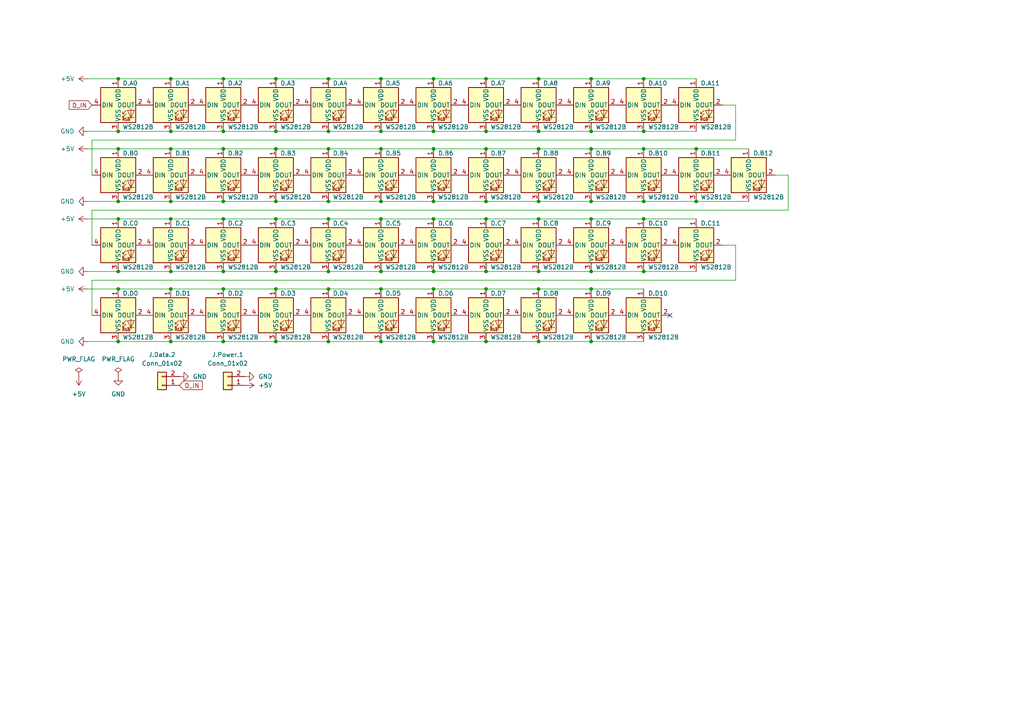
<source format=kicad_sch>
(kicad_sch (version 20211123) (generator eeschema)
  (paper "A4")
  (lib_symbols
    (symbol "Connector_Generic:Conn_01x02" (pin_names (offset 1.016) hide)
      (property "Reference" "J" (at 0 2.54 0))
      (property "Value" "Conn_01x02" (at 0 -5.08 0))
      (symbol "Conn_01x02_1_1"
        (rectangle (start -1.27 -2.413) (end 0 -2.667) (stroke (width 0.1524)))
        (rectangle (start -1.27 0.127) (end 0 -0.127) (stroke (width 0.1524)))
        (rectangle (start -1.27 1.27) (end 1.27 -3.81) (stroke (width 0.254)) (fill (type background)))
        (pin passive line (at -5.08 0 0) (length 3.81) (name "Pin_1") (number "1"))
        (pin passive line (at -5.08 -2.54 0) (length 3.81) (name "Pin_2") (number "2"))
      )
    )
    (symbol "LED:WS2812B" (pin_names (offset 0.254))
      (property "Reference" "D" (at 5.08 5.715 0))
      (property "Value" "WS2812B" (at 1.27 -5.715 0))
      (symbol "WS2812B_0_0"
        (text "RGB" (at 2.286 -4.191 0) (effects (font (size 0.762 0.762))))
      )
      (symbol "WS2812B_0_1"
        (polyline (pts (xy 1.27 -3.556) (xy 1.778 -3.556)))
        (polyline (pts (xy 1.27 -2.54) (xy 1.778 -2.54)))
        (polyline (pts (xy 4.699 -3.556) (xy 2.667 -3.556)))
        (polyline (pts (xy 2.286 -2.54) (xy 1.27 -3.556) (xy 1.27 -3.048)))
        (polyline (pts (xy 2.286 -1.524) (xy 1.27 -2.54) (xy 1.27 -2.032)))
        (polyline (pts (xy 3.683 -1.016) (xy 3.683 -3.556) (xy 3.683 -4.064)))
        (polyline (pts (xy 4.699 -1.524) (xy 2.667 -1.524) (xy 3.683 -3.556) (xy 4.699 -1.524)))
        (rectangle (start 5.08 5.08) (end -5.08 -5.08) (stroke (width 0.254)) (fill (type background)))
      )
      (symbol "WS2812B_1_1"
        (pin power_in line (at 0 7.62 270) (length 2.54) (name "VDD") (number "1"))
        (pin output line (at 7.62 0 180) (length 2.54) (name "DOUT") (number "2"))
        (pin power_in line (at 0 -7.62 90) (length 2.54) (name "VSS") (number "3"))
        (pin input line (at -7.62 0 0) (length 2.54) (name "DIN") (number "4"))
      )
    )
    (symbol "power:+5V" (power) (pin_names (offset 0))
      (property "Value" "+5V" (at 0 3.556 0))
      (symbol "+5V_0_1"
        (polyline (pts (xy -0.762 1.27) (xy 0 2.54)))
        (polyline (pts (xy 0 0) (xy 0 2.54)))
        (polyline (pts (xy 0 2.54) (xy 0.762 1.27)))
      )
      (symbol "+5V_1_1"
        (pin power_in line (at 0 0 90) (length 0) hide (name "+5V") (number "1"))
      )
    )
    (symbol "power:GND" (power) (pin_names (offset 0))
      (property "Value" "GND" (at 0 -3.81 0))
      (symbol "GND_0_1"
        (polyline (pts (xy 0 0) (xy 0 -1.27) (xy 1.27 -1.27) (xy 0 -2.54) (xy -1.27 -1.27) (xy 0 -1.27)))
      )
      (symbol "GND_1_1"
        (pin power_in line (at 0 0 270) (length 0) hide (name "GND") (number "1"))
      )
    )
    (symbol "power:PWR_FLAG" (power) (pin_numbers hide) (pin_names (offset 0) hide)
      (property "Value" "PWR_FLAG" (at 0 3.81 0))
      (symbol "PWR_FLAG_0_0"
        (pin power_out line (at 0 0 90) (length 0) (name "pwr") (number "1"))
      )
      (symbol "PWR_FLAG_0_1"
        (polyline (pts (xy 0 0) (xy 0 1.27) (xy -1.016 1.905) (xy 0 2.54) (xy 1.016 1.905) (xy 0 1.27)))
      )
    )
  )
  (junction (at 64.77 63.5))
  (junction (at 34.29 99.06))
  (junction (at 80.01 99.06))
  (junction (at 110.49 58.42))
  (junction (at 186.69 63.5))
  (junction (at 110.49 99.06))
  (junction (at 201.93 58.42))
  (junction (at 110.49 38.1))
  (junction (at 156.21 58.42))
  (junction (at 49.53 43.18))
  (junction (at 95.25 43.18))
  (junction (at 110.49 78.74))
  (junction (at 95.25 83.82))
  (junction (at 171.45 63.5))
  (junction (at 125.73 83.82))
  (junction (at 171.45 78.74))
  (junction (at 156.21 38.1))
  (junction (at 49.53 78.74))
  (junction (at 80.01 58.42))
  (junction (at 110.49 22.86))
  (junction (at 186.69 22.86))
  (junction (at 140.97 78.74))
  (junction (at 49.53 63.5))
  (junction (at 95.25 63.5))
  (junction (at 110.49 63.5))
  (junction (at 140.97 63.5))
  (junction (at 49.53 58.42))
  (junction (at 156.21 78.74))
  (junction (at 186.69 58.42))
  (junction (at 49.53 99.06))
  (junction (at 64.77 38.1))
  (junction (at 125.73 58.42))
  (junction (at 201.93 43.18))
  (junction (at 171.45 99.06))
  (junction (at 80.01 83.82))
  (junction (at 156.21 63.5))
  (junction (at 64.77 78.74))
  (junction (at 140.97 83.82))
  (junction (at 34.29 63.5))
  (junction (at 34.29 22.86))
  (junction (at 186.69 38.1))
  (junction (at 34.29 78.74))
  (junction (at 64.77 83.82))
  (junction (at 49.53 22.86))
  (junction (at 125.73 43.18))
  (junction (at 156.21 83.82))
  (junction (at 64.77 99.06))
  (junction (at 49.53 83.82))
  (junction (at 80.01 78.74))
  (junction (at 171.45 83.82))
  (junction (at 34.29 38.1))
  (junction (at 125.73 78.74))
  (junction (at 186.69 78.74))
  (junction (at 64.77 22.86))
  (junction (at 95.25 38.1))
  (junction (at 64.77 43.18))
  (junction (at 140.97 43.18))
  (junction (at 64.77 58.42))
  (junction (at 110.49 83.82))
  (junction (at 171.45 58.42))
  (junction (at 140.97 58.42))
  (junction (at 95.25 22.86))
  (junction (at 125.73 63.5))
  (junction (at 171.45 38.1))
  (junction (at 95.25 99.06))
  (junction (at 171.45 43.18))
  (junction (at 140.97 38.1))
  (junction (at 95.25 58.42))
  (junction (at 171.45 22.86))
  (junction (at 140.97 99.06))
  (junction (at 49.53 38.1))
  (junction (at 140.97 22.86))
  (junction (at 125.73 38.1))
  (junction (at 95.25 78.74))
  (junction (at 80.01 43.18))
  (junction (at 34.29 43.18))
  (junction (at 156.21 43.18))
  (junction (at 80.01 38.1))
  (junction (at 156.21 22.86))
  (junction (at 80.01 22.86))
  (junction (at 125.73 22.86))
  (junction (at 34.29 83.82))
  (junction (at 186.69 43.18))
  (junction (at 80.01 63.5))
  (junction (at 34.29 58.42))
  (junction (at 125.73 99.06))
  (junction (at 156.21 99.06))
  (junction (at 110.49 43.18))
  (no_connect (at 194.31 91.44))
  (wire (pts (xy 125.73 63.5) (xy 140.97 63.5)))
  (wire (pts (xy 186.69 63.5) (xy 201.93 63.5)))
  (wire (pts (xy 110.49 99.06) (xy 125.73 99.06)))
  (wire (pts (xy 80.01 83.82) (xy 95.25 83.82)))
  (wire (pts (xy 140.97 83.82) (xy 156.21 83.82)))
  (wire (pts (xy 156.21 83.82) (xy 171.45 83.82)))
  (wire (pts (xy 26.67 81.28) (xy 26.67 91.44)))
  (wire (pts (xy 95.25 38.1) (xy 110.49 38.1)))
  (wire (pts (xy 171.45 83.82) (xy 186.69 83.82)))
  (wire (pts (xy 213.36 71.12) (xy 209.55 71.12)))
  (wire (pts (xy 186.69 22.86) (xy 201.93 22.86)))
  (wire (pts (xy 26.67 60.96) (xy 26.67 71.12)))
  (wire (pts (xy 110.49 83.82) (xy 125.73 83.82)))
  (wire (pts (xy 80.01 38.1) (xy 95.25 38.1)))
  (wire (pts (xy 125.73 78.74) (xy 140.97 78.74)))
  (wire (pts (xy 213.36 81.28) (xy 213.36 71.12)))
  (wire (pts (xy 34.29 63.5) (xy 49.53 63.5)))
  (wire (pts (xy 64.77 43.18) (xy 80.01 43.18)))
  (wire (pts (xy 95.25 78.74) (xy 110.49 78.74)))
  (wire (pts (xy 171.45 99.06) (xy 186.69 99.06)))
  (wire (pts (xy 80.01 63.5) (xy 95.25 63.5)))
  (wire (pts (xy 213.36 30.48) (xy 209.55 30.48)))
  (wire (pts (xy 64.77 78.74) (xy 80.01 78.74)))
  (wire (pts (xy 156.21 99.06) (xy 171.45 99.06)))
  (wire (pts (xy 49.53 38.1) (xy 64.77 38.1)))
  (wire (pts (xy 140.97 58.42) (xy 156.21 58.42)))
  (wire (pts (xy 110.49 63.5) (xy 125.73 63.5)))
  (wire (pts (xy 201.93 58.42) (xy 217.17 58.42)))
  (wire (pts (xy 25.4 43.18) (xy 34.29 43.18)))
  (wire (pts (xy 140.97 38.1) (xy 156.21 38.1)))
  (wire (pts (xy 228.6 60.96) (xy 228.6 50.8)))
  (wire (pts (xy 26.67 40.64) (xy 26.67 50.8)))
  (wire (pts (xy 49.53 58.42) (xy 64.77 58.42)))
  (wire (pts (xy 34.29 78.74) (xy 49.53 78.74)))
  (wire (pts (xy 34.29 43.18) (xy 49.53 43.18)))
  (wire (pts (xy 64.77 22.86) (xy 80.01 22.86)))
  (wire (pts (xy 95.25 63.5) (xy 110.49 63.5)))
  (wire (pts (xy 110.49 43.18) (xy 125.73 43.18)))
  (wire (pts (xy 171.45 22.86) (xy 186.69 22.86)))
  (wire (pts (xy 64.77 58.42) (xy 80.01 58.42)))
  (wire (pts (xy 64.77 99.06) (xy 80.01 99.06)))
  (wire (pts (xy 25.4 63.5) (xy 34.29 63.5)))
  (wire (pts (xy 80.01 78.74) (xy 95.25 78.74)))
  (wire (pts (xy 34.29 58.42) (xy 49.53 58.42)))
  (wire (pts (xy 34.29 38.1) (xy 49.53 38.1)))
  (wire (pts (xy 156.21 63.5) (xy 171.45 63.5)))
  (wire (pts (xy 80.01 99.06) (xy 95.25 99.06)))
  (wire (pts (xy 228.6 50.8) (xy 224.79 50.8)))
  (wire (pts (xy 171.45 43.18) (xy 186.69 43.18)))
  (wire (pts (xy 156.21 22.86) (xy 171.45 22.86)))
  (wire (pts (xy 140.97 78.74) (xy 156.21 78.74)))
  (wire (pts (xy 156.21 78.74) (xy 171.45 78.74)))
  (wire (pts (xy 156.21 43.18) (xy 171.45 43.18)))
  (wire (pts (xy 125.73 99.06) (xy 140.97 99.06)))
  (wire (pts (xy 140.97 22.86) (xy 156.21 22.86)))
  (wire (pts (xy 213.36 40.64) (xy 213.36 30.48)))
  (wire (pts (xy 49.53 78.74) (xy 64.77 78.74)))
  (wire (pts (xy 95.25 99.06) (xy 110.49 99.06)))
  (wire (pts (xy 156.21 38.1) (xy 171.45 38.1)))
  (wire (pts (xy 110.49 58.42) (xy 125.73 58.42)))
  (wire (pts (xy 64.77 38.1) (xy 80.01 38.1)))
  (wire (pts (xy 171.45 78.74) (xy 186.69 78.74)))
  (wire (pts (xy 25.4 78.74) (xy 34.29 78.74)))
  (wire (pts (xy 110.49 38.1) (xy 125.73 38.1)))
  (wire (pts (xy 140.97 99.06) (xy 156.21 99.06)))
  (wire (pts (xy 49.53 43.18) (xy 64.77 43.18)))
  (wire (pts (xy 34.29 99.06) (xy 49.53 99.06)))
  (wire (pts (xy 110.49 78.74) (xy 125.73 78.74)))
  (wire (pts (xy 80.01 22.86) (xy 95.25 22.86)))
  (wire (pts (xy 125.73 43.18) (xy 140.97 43.18)))
  (wire (pts (xy 125.73 58.42) (xy 140.97 58.42)))
  (wire (pts (xy 95.25 43.18) (xy 110.49 43.18)))
  (wire (pts (xy 25.4 83.82) (xy 34.29 83.82)))
  (wire (pts (xy 186.69 38.1) (xy 201.93 38.1)))
  (wire (pts (xy 186.69 43.18) (xy 201.93 43.18)))
  (wire (pts (xy 140.97 43.18) (xy 156.21 43.18)))
  (wire (pts (xy 26.67 81.28) (xy 213.36 81.28)))
  (wire (pts (xy 171.45 38.1) (xy 186.69 38.1)))
  (wire (pts (xy 49.53 99.06) (xy 64.77 99.06)))
  (wire (pts (xy 25.4 99.06) (xy 34.29 99.06)))
  (wire (pts (xy 34.29 22.86) (xy 49.53 22.86)))
  (wire (pts (xy 26.67 40.64) (xy 213.36 40.64)))
  (wire (pts (xy 64.77 83.82) (xy 80.01 83.82)))
  (wire (pts (xy 26.67 60.96) (xy 228.6 60.96)))
  (wire (pts (xy 156.21 58.42) (xy 171.45 58.42)))
  (wire (pts (xy 25.4 58.42) (xy 34.29 58.42)))
  (wire (pts (xy 186.69 58.42) (xy 201.93 58.42)))
  (wire (pts (xy 186.69 78.74) (xy 201.93 78.74)))
  (wire (pts (xy 80.01 43.18) (xy 95.25 43.18)))
  (wire (pts (xy 140.97 63.5) (xy 156.21 63.5)))
  (wire (pts (xy 201.93 43.18) (xy 217.17 43.18)))
  (wire (pts (xy 49.53 83.82) (xy 64.77 83.82)))
  (wire (pts (xy 34.29 83.82) (xy 49.53 83.82)))
  (wire (pts (xy 49.53 22.86) (xy 64.77 22.86)))
  (wire (pts (xy 125.73 22.86) (xy 140.97 22.86)))
  (wire (pts (xy 171.45 63.5) (xy 186.69 63.5)))
  (wire (pts (xy 125.73 83.82) (xy 140.97 83.82)))
  (wire (pts (xy 25.4 38.1) (xy 34.29 38.1)))
  (wire (pts (xy 95.25 22.86) (xy 110.49 22.86)))
  (wire (pts (xy 110.49 22.86) (xy 125.73 22.86)))
  (wire (pts (xy 95.25 58.42) (xy 110.49 58.42)))
  (wire (pts (xy 95.25 83.82) (xy 110.49 83.82)))
  (wire (pts (xy 25.4 22.86) (xy 34.29 22.86)))
  (wire (pts (xy 80.01 58.42) (xy 95.25 58.42)))
  (wire (pts (xy 64.77 63.5) (xy 80.01 63.5)))
  (wire (pts (xy 125.73 38.1) (xy 140.97 38.1)))
  (wire (pts (xy 171.45 58.42) (xy 186.69 58.42)))
  (wire (pts (xy 49.53 63.5) (xy 64.77 63.5)))
  (global_label "D_IN" (shape input) (at 26.67 30.48 180) (property "Intersheet References" "${INTERSHEET_REFS}" (effects hide)))
  (global_label "D_IN" (shape input) (at 52.07 111.76 0) (property "Intersheet References" "${INTERSHEET_REFS}" (effects hide)))
  (symbol (lib_id "LED:WS2812B") (at 201.93 50.8 0) (unit 1)
    (property "Reference" "D.B11" (at 203.2 44.45 0) (effects (justify left)))
    (property "Value" "WS2812B" (at 203.2 57.15 0) (effects (justify left)))
    (property "Footprint" "LED_SMD:LED_WS2812B-Mini_PLCC4_3.5x3.5mm_P1.8mm" (effects hide))
    (property "Datasheet" "http://www.world-semi.com/DownLoadFile/112" (effects hide))
    (property "LCSC Part #" "C527089" (effects hide))
  )
  (symbol (lib_id "power:+5V") (at 25.4 22.86 90) (unit 1)
    (property "Reference" "#PWR0104" (effects hide))
    (property "Value" "+5V" (at 21.59 22.8599 90) (effects (justify left)))
  )
  (symbol (lib_id "LED:WS2812B") (at 110.49 30.48 0) (unit 1)
    (property "Reference" "D.A5" (at 111.76 24.13 0) (effects (justify left)))
    (property "Value" "WS2812B" (at 111.76 36.83 0) (effects (justify left)))
    (property "Footprint" "LED_SMD:LED_WS2812B-Mini_PLCC4_3.5x3.5mm_P1.8mm" (effects hide))
    (property "Datasheet" "http://www.world-semi.com/DownLoadFile/112" (effects hide))
    (property "LCSC Part #" "C527089" (effects hide))
  )
  (symbol (lib_id "LED:WS2812B") (at 110.49 71.12 0) (unit 1)
    (property "Reference" "D.C5" (at 111.76 64.77 0) (effects (justify left)))
    (property "Value" "WS2812B" (at 111.76 77.47 0) (effects (justify left)))
    (property "Footprint" "LED_SMD:LED_WS2812B-Mini_PLCC4_3.5x3.5mm_P1.8mm" (effects hide))
    (property "Datasheet" "http://www.world-semi.com/DownLoadFile/112" (effects hide))
    (property "LCSC Part #" "C527089" (effects hide))
  )
  (symbol (lib_id "LED:WS2812B") (at 64.77 30.48 0) (unit 1)
    (property "Reference" "D.A2" (at 66.04 24.13 0) (effects (justify left)))
    (property "Value" "WS2812B" (at 66.04 36.83 0) (effects (justify left)))
    (property "Footprint" "LED_SMD:LED_WS2812B-Mini_PLCC4_3.5x3.5mm_P1.8mm" (effects hide))
    (property "Datasheet" "http://www.world-semi.com/DownLoadFile/112" (effects hide))
    (property "LCSC Part #" "C527089" (effects hide))
  )
  (symbol (lib_id "power:+5V") (at 25.4 43.18 90) (unit 1)
    (property "Reference" "#PWR0101" (effects hide))
    (property "Value" "+5V" (at 21.59 43.1799 90) (effects (justify left)))
  )
  (symbol (lib_id "LED:WS2812B") (at 64.77 71.12 0) (unit 1)
    (property "Reference" "D.C2" (at 66.04 64.77 0) (effects (justify left)))
    (property "Value" "WS2812B" (at 66.04 77.47 0) (effects (justify left)))
    (property "Footprint" "LED_SMD:LED_WS2812B-Mini_PLCC4_3.5x3.5mm_P1.8mm" (effects hide))
    (property "Datasheet" "http://www.world-semi.com/DownLoadFile/112" (effects hide))
    (property "LCSC Part #" "C527089" (effects hide))
  )
  (symbol (lib_id "LED:WS2812B") (at 34.29 30.48 0) (unit 1)
    (property "Reference" "D.A0" (at 35.56 24.13 0) (effects (justify left)))
    (property "Value" "WS2812B" (at 35.56 36.83 0) (effects (justify left)))
    (property "Footprint" "LED_SMD:LED_WS2812B-Mini_PLCC4_3.5x3.5mm_P1.8mm" (effects hide))
    (property "Datasheet" "http://www.world-semi.com/DownLoadFile/112" (effects hide))
    (property "LCSC Part #" "C527089" (effects hide))
  )
  (symbol (lib_id "LED:WS2812B") (at 186.69 50.8 0) (unit 1)
    (property "Reference" "D.B10" (at 187.96 44.45 0) (effects (justify left)))
    (property "Value" "WS2812B" (at 187.96 57.15 0) (effects (justify left)))
    (property "Footprint" "LED_SMD:LED_WS2812B-Mini_PLCC4_3.5x3.5mm_P1.8mm" (effects hide))
    (property "Datasheet" "http://www.world-semi.com/DownLoadFile/112" (effects hide))
    (property "LCSC Part #" "C527089" (effects hide))
  )
  (symbol (lib_id "LED:WS2812B") (at 64.77 91.44 0) (unit 1)
    (property "Reference" "D.D2" (at 66.04 85.09 0) (effects (justify left)))
    (property "Value" "WS2812B" (at 66.04 97.79 0) (effects (justify left)))
    (property "Footprint" "LED_SMD:LED_WS2812B-Mini_PLCC4_3.5x3.5mm_P1.8mm" (effects hide))
    (property "Datasheet" "http://www.world-semi.com/DownLoadFile/112" (effects hide))
    (property "LCSC Part #" "C527089" (effects hide))
  )
  (symbol (lib_id "LED:WS2812B") (at 125.73 91.44 0) (unit 1)
    (property "Reference" "D.D6" (at 127 85.09 0) (effects (justify left)))
    (property "Value" "WS2812B" (at 127 97.79 0) (effects (justify left)))
    (property "Footprint" "LED_SMD:LED_WS2812B-Mini_PLCC4_3.5x3.5mm_P1.8mm" (effects hide))
    (property "Datasheet" "http://www.world-semi.com/DownLoadFile/112" (effects hide))
    (property "LCSC Part #" "C527089" (effects hide))
  )
  (symbol (lib_id "LED:WS2812B") (at 80.01 30.48 0) (unit 1)
    (property "Reference" "D.A3" (at 81.28 24.13 0) (effects (justify left)))
    (property "Value" "WS2812B" (at 81.28 36.83 0) (effects (justify left)))
    (property "Footprint" "LED_SMD:LED_WS2812B-Mini_PLCC4_3.5x3.5mm_P1.8mm" (effects hide))
    (property "Datasheet" "http://www.world-semi.com/DownLoadFile/112" (effects hide))
    (property "LCSC Part #" "C527089" (effects hide))
  )
  (symbol (lib_id "LED:WS2812B") (at 125.73 71.12 0) (unit 1)
    (property "Reference" "D.C6" (at 127 64.77 0) (effects (justify left)))
    (property "Value" "WS2812B" (at 127 77.47 0) (effects (justify left)))
    (property "Footprint" "LED_SMD:LED_WS2812B-Mini_PLCC4_3.5x3.5mm_P1.8mm" (effects hide))
    (property "Datasheet" "http://www.world-semi.com/DownLoadFile/112" (effects hide))
    (property "LCSC Part #" "C527089" (effects hide))
  )
  (symbol (lib_id "power:+5V") (at 71.12 111.76 270) (unit 1)
    (property "Reference" "#PWR01" (effects hide))
    (property "Value" "+5V" (at 74.93 111.7599 90) (effects (justify left)))
  )
  (symbol (lib_id "LED:WS2812B") (at 201.93 30.48 0) (unit 1)
    (property "Reference" "D.A11" (at 203.2 24.13 0) (effects (justify left)))
    (property "Value" "WS2812B" (at 203.2 36.83 0) (effects (justify left)))
    (property "Footprint" "LED_SMD:LED_WS2812B-Mini_PLCC4_3.5x3.5mm_P1.8mm" (effects hide))
    (property "Datasheet" "http://www.world-semi.com/DownLoadFile/112" (effects hide))
    (property "LCSC Part #" "C527089" (effects hide))
  )
  (symbol (lib_id "LED:WS2812B") (at 156.21 50.8 0) (unit 1)
    (property "Reference" "D.B8" (at 157.48 44.45 0) (effects (justify left)))
    (property "Value" "WS2812B" (at 157.48 57.15 0) (effects (justify left)))
    (property "Footprint" "LED_SMD:LED_WS2812B-Mini_PLCC4_3.5x3.5mm_P1.8mm" (effects hide))
    (property "Datasheet" "http://www.world-semi.com/DownLoadFile/112" (effects hide))
    (property "LCSC Part #" "C527089" (effects hide))
  )
  (symbol (lib_id "power:+5V") (at 25.4 63.5 90) (unit 1)
    (property "Reference" "#PWR0102" (effects hide))
    (property "Value" "+5V" (at 21.59 63.4999 90) (effects (justify left)))
  )
  (symbol (lib_id "power:GND") (at 25.4 99.06 270) (unit 1)
    (property "Reference" "#PWR0108" (effects hide))
    (property "Value" "GND" (at 21.59 99.0599 90) (effects (justify right)))
  )
  (symbol (lib_id "LED:WS2812B") (at 156.21 30.48 0) (unit 1)
    (property "Reference" "D.A8" (at 157.48 24.13 0) (effects (justify left)))
    (property "Value" "WS2812B" (at 157.48 36.83 0) (effects (justify left)))
    (property "Footprint" "LED_SMD:LED_WS2812B-Mini_PLCC4_3.5x3.5mm_P1.8mm" (effects hide))
    (property "Datasheet" "http://www.world-semi.com/DownLoadFile/112" (effects hide))
    (property "LCSC Part #" "C527089" (effects hide))
  )
  (symbol (lib_id "power:GND") (at 25.4 58.42 270) (unit 1)
    (property "Reference" "#PWR0103" (effects hide))
    (property "Value" "GND" (at 21.59 58.4199 90) (effects (justify right)))
  )
  (symbol (lib_id "power:GND") (at 52.07 109.22 90) (unit 1)
    (property "Reference" "#PWR02" (effects hide))
    (property "Value" "GND" (at 55.88 109.2199 90) (effects (justify right)))
  )
  (symbol (lib_id "LED:WS2812B") (at 171.45 71.12 0) (unit 1)
    (property "Reference" "D.C9" (at 172.72 64.77 0) (effects (justify left)))
    (property "Value" "WS2812B" (at 172.72 77.47 0) (effects (justify left)))
    (property "Footprint" "LED_SMD:LED_WS2812B-Mini_PLCC4_3.5x3.5mm_P1.8mm" (effects hide))
    (property "Datasheet" "http://www.world-semi.com/DownLoadFile/112" (effects hide))
    (property "LCSC Part #" "C527089" (effects hide))
  )
  (symbol (lib_id "LED:WS2812B") (at 49.53 50.8 0) (unit 1)
    (property "Reference" "D.B1" (at 50.8 44.45 0) (effects (justify left)))
    (property "Value" "WS2812B" (at 50.8 57.15 0) (effects (justify left)))
    (property "Footprint" "LED_SMD:LED_WS2812B-Mini_PLCC4_3.5x3.5mm_P1.8mm" (effects hide))
    (property "Datasheet" "http://www.world-semi.com/DownLoadFile/112" (effects hide))
    (property "LCSC Part #" "C527089" (effects hide))
  )
  (symbol (lib_id "LED:WS2812B") (at 95.25 30.48 0) (unit 1)
    (property "Reference" "D.A4" (at 96.52 24.13 0) (effects (justify left)))
    (property "Value" "WS2812B" (at 96.52 36.83 0) (effects (justify left)))
    (property "Footprint" "LED_SMD:LED_WS2812B-Mini_PLCC4_3.5x3.5mm_P1.8mm" (effects hide))
    (property "Datasheet" "http://www.world-semi.com/DownLoadFile/112" (effects hide))
    (property "LCSC Part #" "C527089" (effects hide))
  )
  (symbol (lib_id "Connector_Generic:Conn_01x02") (at 46.99 111.76 180) (unit 1)
    (property "Reference" "J.Data.2" (at 46.99 102.87 0))
    (property "Value" "Conn_01x02" (at 46.99 105.41 0))
  )
  (symbol (lib_id "LED:WS2812B") (at 140.97 91.44 0) (unit 1)
    (property "Reference" "D.D7" (at 142.24 85.09 0) (effects (justify left)))
    (property "Value" "WS2812B" (at 142.24 97.79 0) (effects (justify left)))
    (property "Footprint" "LED_SMD:LED_WS2812B-Mini_PLCC4_3.5x3.5mm_P1.8mm" (effects hide))
    (property "Datasheet" "http://www.world-semi.com/DownLoadFile/112" (effects hide))
    (property "LCSC Part #" "C527089" (effects hide))
  )
  (symbol (lib_id "LED:WS2812B") (at 110.49 91.44 0) (unit 1)
    (property "Reference" "D.D5" (at 111.76 85.09 0) (effects (justify left)))
    (property "Value" "WS2812B" (at 111.76 97.79 0) (effects (justify left)))
    (property "Footprint" "LED_SMD:LED_WS2812B-Mini_PLCC4_3.5x3.5mm_P1.8mm" (effects hide))
    (property "Datasheet" "http://www.world-semi.com/DownLoadFile/112" (effects hide))
    (property "LCSC Part #" "C527089" (effects hide))
  )
  (symbol (lib_id "power:GND") (at 25.4 38.1 270) (unit 1)
    (property "Reference" "#PWR0105" (effects hide))
    (property "Value" "GND" (at 21.59 38.0999 90) (effects (justify right)))
  )
  (symbol (lib_id "LED:WS2812B") (at 186.69 30.48 0) (unit 1)
    (property "Reference" "D.A10" (at 187.96 24.13 0) (effects (justify left)))
    (property "Value" "WS2812B" (at 187.96 36.83 0) (effects (justify left)))
    (property "Footprint" "LED_SMD:LED_WS2812B-Mini_PLCC4_3.5x3.5mm_P1.8mm" (effects hide))
    (property "Datasheet" "http://www.world-semi.com/DownLoadFile/112" (effects hide))
    (property "LCSC Part #" "C527089" (effects hide))
  )
  (symbol (lib_id "LED:WS2812B") (at 80.01 50.8 0) (unit 1)
    (property "Reference" "D.B3" (at 81.28 44.45 0) (effects (justify left)))
    (property "Value" "WS2812B" (at 81.28 57.15 0) (effects (justify left)))
    (property "Footprint" "LED_SMD:LED_WS2812B-Mini_PLCC4_3.5x3.5mm_P1.8mm" (effects hide))
    (property "Datasheet" "http://www.world-semi.com/DownLoadFile/112" (effects hide))
    (property "LCSC Part #" "C527089" (effects hide))
  )
  (symbol (lib_id "LED:WS2812B") (at 156.21 91.44 0) (unit 1)
    (property "Reference" "D.D8" (at 157.48 85.09 0) (effects (justify left)))
    (property "Value" "WS2812B" (at 157.48 97.79 0) (effects (justify left)))
    (property "Footprint" "LED_SMD:LED_WS2812B-Mini_PLCC4_3.5x3.5mm_P1.8mm" (effects hide))
    (property "Datasheet" "http://www.world-semi.com/DownLoadFile/112" (effects hide))
    (property "LCSC Part #" "C527089" (effects hide))
  )
  (symbol (lib_id "power:+5V") (at 25.4 83.82 90) (unit 1)
    (property "Reference" "#PWR0106" (effects hide))
    (property "Value" "+5V" (at 21.59 83.8199 90) (effects (justify left)))
  )
  (symbol (lib_id "LED:WS2812B") (at 140.97 30.48 0) (unit 1)
    (property "Reference" "D.A7" (at 142.24 24.13 0) (effects (justify left)))
    (property "Value" "WS2812B" (at 142.24 36.83 0) (effects (justify left)))
    (property "Footprint" "LED_SMD:LED_WS2812B-Mini_PLCC4_3.5x3.5mm_P1.8mm" (effects hide))
    (property "Datasheet" "http://www.world-semi.com/DownLoadFile/112" (effects hide))
    (property "LCSC Part #" "C527089" (effects hide))
  )
  (symbol (lib_id "LED:WS2812B") (at 80.01 91.44 0) (unit 1)
    (property "Reference" "D.D3" (at 81.28 85.09 0) (effects (justify left)))
    (property "Value" "WS2812B" (at 81.28 97.79 0) (effects (justify left)))
    (property "Footprint" "LED_SMD:LED_WS2812B-Mini_PLCC4_3.5x3.5mm_P1.8mm" (effects hide))
    (property "Datasheet" "http://www.world-semi.com/DownLoadFile/112" (effects hide))
    (property "LCSC Part #" "C527089" (effects hide))
  )
  (symbol (lib_id "LED:WS2812B") (at 217.17 50.8 0) (unit 1)
    (property "Reference" "D.B12" (at 218.44 44.45 0) (effects (justify left)))
    (property "Value" "WS2812B" (at 218.44 57.15 0) (effects (justify left)))
    (property "Footprint" "LED_SMD:LED_WS2812B-Mini_PLCC4_3.5x3.5mm_P1.8mm" (effects hide))
    (property "Datasheet" "http://www.world-semi.com/DownLoadFile/112" (effects hide))
    (property "LCSC Part #" "C527089" (effects hide))
  )
  (symbol (lib_id "LED:WS2812B") (at 171.45 30.48 0) (unit 1)
    (property "Reference" "D.A9" (at 172.72 24.13 0) (effects (justify left)))
    (property "Value" "WS2812B" (at 172.72 36.83 0) (effects (justify left)))
    (property "Footprint" "LED_SMD:LED_WS2812B-Mini_PLCC4_3.5x3.5mm_P1.8mm" (effects hide))
    (property "Datasheet" "http://www.world-semi.com/DownLoadFile/112" (effects hide))
    (property "LCSC Part #" "C527089" (effects hide))
  )
  (symbol (lib_id "LED:WS2812B") (at 34.29 91.44 0) (unit 1)
    (property "Reference" "D.D0" (at 35.56 85.09 0) (effects (justify left)))
    (property "Value" "WS2812B" (at 35.56 97.79 0) (effects (justify left)))
    (property "Footprint" "LED_SMD:LED_WS2812B-Mini_PLCC4_3.5x3.5mm_P1.8mm" (effects hide))
    (property "Datasheet" "http://www.world-semi.com/DownLoadFile/112" (effects hide))
    (property "LCSC Part #" "C527089" (effects hide))
  )
  (symbol (lib_id "LED:WS2812B") (at 49.53 91.44 0) (unit 1)
    (property "Reference" "D.D1" (at 50.8 85.09 0) (effects (justify left)))
    (property "Value" "WS2812B" (at 50.8 97.79 0) (effects (justify left)))
    (property "Footprint" "LED_SMD:LED_WS2812B-Mini_PLCC4_3.5x3.5mm_P1.8mm" (effects hide))
    (property "Datasheet" "http://www.world-semi.com/DownLoadFile/112" (effects hide))
    (property "LCSC Part #" "C527089" (effects hide))
  )
  (symbol (lib_id "LED:WS2812B") (at 186.69 71.12 0) (unit 1)
    (property "Reference" "D.C10" (at 187.96 64.77 0) (effects (justify left)))
    (property "Value" "WS2812B" (at 187.96 77.47 0) (effects (justify left)))
    (property "Footprint" "LED_SMD:LED_WS2812B-Mini_PLCC4_3.5x3.5mm_P1.8mm" (effects hide))
    (property "Datasheet" "http://www.world-semi.com/DownLoadFile/112" (effects hide))
    (property "LCSC Part #" "C527089" (effects hide))
  )
  (symbol (lib_id "power:GND") (at 25.4 78.74 270) (unit 1)
    (property "Reference" "#PWR0107" (effects hide))
    (property "Value" "GND" (at 21.59 78.7399 90) (effects (justify right)))
  )
  (symbol (lib_id "LED:WS2812B") (at 156.21 71.12 0) (unit 1)
    (property "Reference" "D.C8" (at 157.48 64.77 0) (effects (justify left)))
    (property "Value" "WS2812B" (at 157.48 77.47 0) (effects (justify left)))
    (property "Footprint" "LED_SMD:LED_WS2812B-Mini_PLCC4_3.5x3.5mm_P1.8mm" (effects hide))
    (property "Datasheet" "http://www.world-semi.com/DownLoadFile/112" (effects hide))
    (property "LCSC Part #" "C527089" (effects hide))
  )
  (symbol (lib_id "power:GND") (at 71.12 109.22 90) (unit 1)
    (property "Reference" "#PWR0111" (effects hide))
    (property "Value" "GND" (at 74.93 109.2199 90) (effects (justify right)))
  )
  (symbol (lib_id "LED:WS2812B") (at 140.97 50.8 0) (unit 1)
    (property "Reference" "D.B7" (at 142.24 44.45 0) (effects (justify left)))
    (property "Value" "WS2812B" (at 142.24 57.15 0) (effects (justify left)))
    (property "Footprint" "LED_SMD:LED_WS2812B-Mini_PLCC4_3.5x3.5mm_P1.8mm" (effects hide))
    (property "Datasheet" "http://www.world-semi.com/DownLoadFile/112" (effects hide))
    (property "LCSC Part #" "C527089" (effects hide))
  )
  (symbol (lib_id "power:GND") (at 34.29 109.22 0) (unit 1)
    (property "Reference" "#PWR0110" (effects hide))
    (property "Value" "GND" (at 34.29 114.3 0))
  )
  (symbol (lib_id "LED:WS2812B") (at 64.77 50.8 0) (unit 1)
    (property "Reference" "D.B2" (at 66.04 44.45 0) (effects (justify left)))
    (property "Value" "WS2812B" (at 66.04 57.15 0) (effects (justify left)))
    (property "Footprint" "LED_SMD:LED_WS2812B-Mini_PLCC4_3.5x3.5mm_P1.8mm" (effects hide))
    (property "Datasheet" "http://www.world-semi.com/DownLoadFile/112" (effects hide))
    (property "LCSC Part #" "C527089" (effects hide))
  )
  (symbol (lib_id "LED:WS2812B") (at 171.45 50.8 0) (unit 1)
    (property "Reference" "D.B9" (at 172.72 44.45 0) (effects (justify left)))
    (property "Value" "WS2812B" (at 172.72 57.15 0) (effects (justify left)))
    (property "Footprint" "LED_SMD:LED_WS2812B-Mini_PLCC4_3.5x3.5mm_P1.8mm" (effects hide))
    (property "Datasheet" "http://www.world-semi.com/DownLoadFile/112" (effects hide))
    (property "LCSC Part #" "C527089" (effects hide))
  )
  (symbol (lib_id "LED:WS2812B") (at 125.73 30.48 0) (unit 1)
    (property "Reference" "D.A6" (at 127 24.13 0) (effects (justify left)))
    (property "Value" "WS2812B" (at 127 36.83 0) (effects (justify left)))
    (property "Footprint" "LED_SMD:LED_WS2812B-Mini_PLCC4_3.5x3.5mm_P1.8mm" (effects hide))
    (property "Datasheet" "http://www.world-semi.com/DownLoadFile/112" (effects hide))
    (property "LCSC Part #" "C527089" (effects hide))
  )
  (symbol (lib_id "LED:WS2812B") (at 95.25 50.8 0) (unit 1)
    (property "Reference" "D.B4" (at 96.52 44.45 0) (effects (justify left)))
    (property "Value" "WS2812B" (at 96.52 57.15 0) (effects (justify left)))
    (property "Footprint" "LED_SMD:LED_WS2812B-Mini_PLCC4_3.5x3.5mm_P1.8mm" (effects hide))
    (property "Datasheet" "http://www.world-semi.com/DownLoadFile/112" (effects hide))
    (property "LCSC Part #" "C527089" (effects hide))
  )
  (symbol (lib_id "LED:WS2812B") (at 171.45 91.44 0) (unit 1)
    (property "Reference" "D.D9" (at 172.72 85.09 0) (effects (justify left)))
    (property "Value" "WS2812B" (at 172.72 97.79 0) (effects (justify left)))
    (property "Footprint" "LED_SMD:LED_WS2812B-Mini_PLCC4_3.5x3.5mm_P1.8mm" (effects hide))
    (property "Datasheet" "http://www.world-semi.com/DownLoadFile/112" (effects hide))
    (property "LCSC Part #" "C527089" (effects hide))
  )
  (symbol (lib_id "LED:WS2812B") (at 110.49 50.8 0) (unit 1)
    (property "Reference" "D.B5" (at 111.76 44.45 0) (effects (justify left)))
    (property "Value" "WS2812B" (at 111.76 57.15 0) (effects (justify left)))
    (property "Footprint" "LED_SMD:LED_WS2812B-Mini_PLCC4_3.5x3.5mm_P1.8mm" (effects hide))
    (property "Datasheet" "http://www.world-semi.com/DownLoadFile/112" (effects hide))
    (property "LCSC Part #" "C527089" (effects hide))
  )
  (symbol (lib_id "LED:WS2812B") (at 95.25 91.44 0) (unit 1)
    (property "Reference" "D.D4" (at 96.52 85.09 0) (effects (justify left)))
    (property "Value" "WS2812B" (at 96.52 97.79 0) (effects (justify left)))
    (property "Footprint" "LED_SMD:LED_WS2812B-Mini_PLCC4_3.5x3.5mm_P1.8mm" (effects hide))
    (property "Datasheet" "http://www.world-semi.com/DownLoadFile/112" (effects hide))
    (property "LCSC Part #" "C527089" (effects hide))
  )
  (symbol (lib_id "LED:WS2812B") (at 125.73 50.8 0) (unit 1)
    (property "Reference" "D.B6" (at 127 44.45 0) (effects (justify left)))
    (property "Value" "WS2812B" (at 127 57.15 0) (effects (justify left)))
    (property "Footprint" "LED_SMD:LED_WS2812B-Mini_PLCC4_3.5x3.5mm_P1.8mm" (effects hide))
    (property "Datasheet" "http://www.world-semi.com/DownLoadFile/112" (effects hide))
    (property "LCSC Part #" "C527089" (effects hide))
  )
  (symbol (lib_id "LED:WS2812B") (at 80.01 71.12 0) (unit 1)
    (property "Reference" "D.C3" (at 81.28 64.77 0) (effects (justify left)))
    (property "Value" "WS2812B" (at 81.28 77.47 0) (effects (justify left)))
    (property "Footprint" "LED_SMD:LED_WS2812B-Mini_PLCC4_3.5x3.5mm_P1.8mm" (effects hide))
    (property "Datasheet" "http://www.world-semi.com/DownLoadFile/112" (effects hide))
    (property "LCSC Part #" "C527089" (effects hide))
  )
  (symbol (lib_id "LED:WS2812B") (at 140.97 71.12 0) (unit 1)
    (property "Reference" "D.C7" (at 142.24 64.77 0) (effects (justify left)))
    (property "Value" "WS2812B" (at 142.24 77.47 0) (effects (justify left)))
    (property "Footprint" "LED_SMD:LED_WS2812B-Mini_PLCC4_3.5x3.5mm_P1.8mm" (effects hide))
    (property "Datasheet" "http://www.world-semi.com/DownLoadFile/112" (effects hide))
    (property "LCSC Part #" "C527089" (effects hide))
  )
  (symbol (lib_id "power:PWR_FLAG") (at 34.29 109.22 0) (unit 1)
    (property "Reference" "#FLG0102" (effects hide))
    (property "Value" "PWR_FLAG" (at 34.29 104.14 0))
  )
  (symbol (lib_id "power:PWR_FLAG") (at 22.86 109.22 0) (unit 1)
    (property "Reference" "#FLG0101" (effects hide))
    (property "Value" "PWR_FLAG" (at 22.86 104.14 0))
  )
  (symbol (lib_id "LED:WS2812B") (at 49.53 71.12 0) (unit 1)
    (property "Reference" "D.C1" (at 50.8 64.77 0) (effects (justify left)))
    (property "Value" "WS2812B" (at 50.8 77.47 0) (effects (justify left)))
    (property "Footprint" "LED_SMD:LED_WS2812B-Mini_PLCC4_3.5x3.5mm_P1.8mm" (effects hide))
    (property "Datasheet" "http://www.world-semi.com/DownLoadFile/112" (effects hide))
    (property "LCSC Part #" "C527089" (effects hide))
  )
  (symbol (lib_id "LED:WS2812B") (at 95.25 71.12 0) (unit 1)
    (property "Reference" "D.C4" (at 96.52 64.77 0) (effects (justify left)))
    (property "Value" "WS2812B" (at 96.52 77.47 0) (effects (justify left)))
    (property "Footprint" "LED_SMD:LED_WS2812B-Mini_PLCC4_3.5x3.5mm_P1.8mm" (effects hide))
    (property "Datasheet" "http://www.world-semi.com/DownLoadFile/112" (effects hide))
    (property "LCSC Part #" "C527089" (effects hide))
  )
  (symbol (lib_id "LED:WS2812B") (at 34.29 71.12 0) (unit 1)
    (property "Reference" "D.C0" (at 35.56 64.77 0) (effects (justify left)))
    (property "Value" "WS2812B" (at 35.56 77.47 0) (effects (justify left)))
    (property "Footprint" "LED_SMD:LED_WS2812B-Mini_PLCC4_3.5x3.5mm_P1.8mm" (effects hide))
    (property "Datasheet" "http://www.world-semi.com/DownLoadFile/112" (effects hide))
    (property "LCSC Part #" "C527089" (effects hide))
  )
  (symbol (lib_id "LED:WS2812B") (at 49.53 30.48 0) (unit 1)
    (property "Reference" "D.A1" (at 50.8 24.13 0) (effects (justify left)))
    (property "Value" "WS2812B" (at 50.8 36.83 0) (effects (justify left)))
    (property "Footprint" "LED_SMD:LED_WS2812B-Mini_PLCC4_3.5x3.5mm_P1.8mm" (effects hide))
    (property "Datasheet" "http://www.world-semi.com/DownLoadFile/112" (effects hide))
    (property "LCSC Part #" "C527089" (effects hide))
  )
  (symbol (lib_id "LED:WS2812B") (at 201.93 71.12 0) (unit 1)
    (property "Reference" "D.C11" (at 203.2 64.77 0) (effects (justify left)))
    (property "Value" "WS2812B" (at 203.2 77.47 0) (effects (justify left)))
    (property "Footprint" "LED_SMD:LED_WS2812B-Mini_PLCC4_3.5x3.5mm_P1.8mm" (effects hide))
    (property "Datasheet" "http://www.world-semi.com/DownLoadFile/112" (effects hide))
    (property "LCSC Part #" "C527089" (effects hide))
  )
  (symbol (lib_id "LED:WS2812B") (at 34.29 50.8 0) (unit 1)
    (property "Reference" "D.B0" (at 35.56 44.45 0) (effects (justify left)))
    (property "Value" "WS2812B" (at 35.56 57.15 0) (effects (justify left)))
    (property "Footprint" "LED_SMD:LED_WS2812B-Mini_PLCC4_3.5x3.5mm_P1.8mm" (effects hide))
    (property "Datasheet" "http://www.world-semi.com/DownLoadFile/112" (effects hide))
    (property "LCSC Part #" "C527089" (effects hide))
  )
  (symbol (lib_id "Connector_Generic:Conn_01x02") (at 66.04 111.76 180) (unit 1)
    (property "Reference" "J.Power.1" (at 66.04 102.87 0))
    (property "Value" "Conn_01x02" (at 66.04 105.41 0))
  )
  (symbol (lib_id "power:+5V") (at 22.86 109.22 180) (unit 1)
    (property "Reference" "#PWR0109" (effects hide))
    (property "Value" "+5V" (at 22.86 114.3 0))
  )
  (symbol (lib_id "LED:WS2812B") (at 186.69 91.44 0) (unit 1)
    (property "Reference" "D.D10" (at 187.96 85.09 0) (effects (justify left)))
    (property "Value" "WS2812B" (at 187.96 97.79 0) (effects (justify left)))
    (property "Footprint" "LED_SMD:LED_WS2812B-Mini_PLCC4_3.5x3.5mm_P1.8mm" (effects hide))
    (property "Datasheet" "http://www.world-semi.com/DownLoadFile/112" (effects hide))
    (property "LCSC Part #" "C527089" (effects hide))
  )
)
</source>
